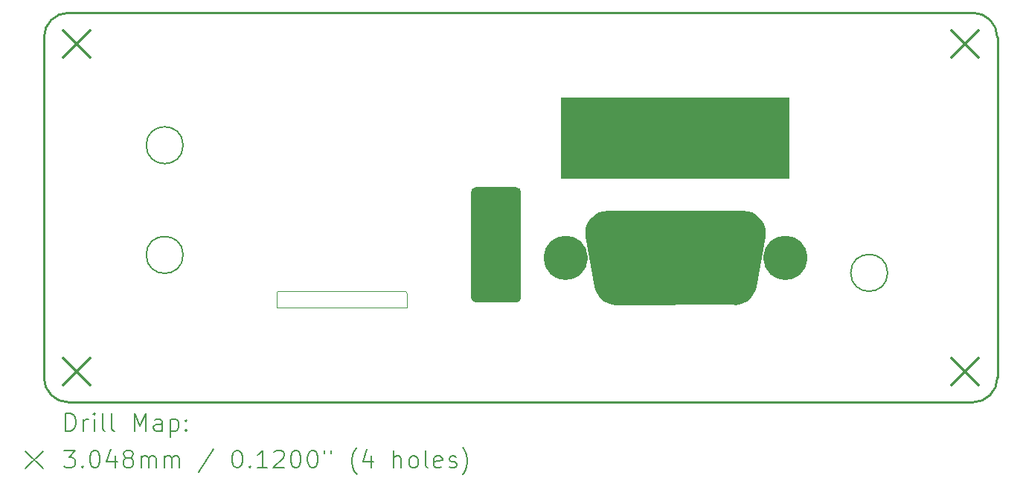
<source format=gbr>
%TF.GenerationSoftware,KiCad,Pcbnew,8.0.8*%
%TF.CreationDate,2025-02-26T19:38:46-05:00*%
%TF.ProjectId,MiniCamel_FrontPlate,4d696e69-4361-46d6-956c-5f46726f6e74,rev?*%
%TF.SameCoordinates,Original*%
%TF.FileFunction,Drillmap*%
%TF.FilePolarity,Positive*%
%FSLAX45Y45*%
G04 Gerber Fmt 4.5, Leading zero omitted, Abs format (unit mm)*
G04 Created by KiCad (PCBNEW 8.0.8) date 2025-02-26 19:38:46*
%MOMM*%
%LPD*%
G01*
G04 APERTURE LIST*
%ADD10C,0.200000*%
%ADD11C,0.254000*%
%ADD12C,0.000000*%
%ADD13C,2.499990*%
%ADD14C,0.100000*%
%ADD15C,0.304800*%
G04 APERTURE END LIST*
D10*
X17362000Y-9778000D02*
G75*
G02*
X16942000Y-9778000I-210000J0D01*
G01*
X16942000Y-9778000D02*
G75*
G02*
X17362000Y-9778000I210000J0D01*
G01*
X9345000Y-8327000D02*
G75*
G02*
X8925000Y-8327000I-210000J0D01*
G01*
X8925000Y-8327000D02*
G75*
G02*
X9345000Y-8327000I210000J0D01*
G01*
X9345000Y-9574000D02*
G75*
G02*
X8925000Y-9574000I-210000J0D01*
G01*
X8925000Y-9574000D02*
G75*
G02*
X9345000Y-9574000I210000J0D01*
G01*
D11*
X7761000Y-7101917D02*
X7761000Y-10699772D01*
X7761000Y-10968310D02*
X7761000Y-10699772D01*
X18330083Y-6821000D02*
X8041917Y-6821000D01*
X18330083Y-11251000D02*
X8043690Y-11251000D01*
X18611000Y-10699777D02*
X18611000Y-7101917D01*
X18611000Y-10970083D02*
X18611000Y-10699777D01*
X7761000Y-7101917D02*
G75*
G02*
X8041917Y-6821000I280918J-1D01*
G01*
X8043690Y-11251000D02*
G75*
G02*
X7761000Y-10968310I0J282690D01*
G01*
X18330083Y-6821000D02*
G75*
G02*
X18611000Y-7101917I-3J-280920D01*
G01*
X18611000Y-10970083D02*
G75*
G02*
X18330083Y-11251000I-280920J3D01*
G01*
D12*
G36*
X13136000Y-8805049D02*
G01*
X13136000Y-8805049D01*
G75*
G02*
X13191902Y-8860951I0J-55901D01*
G01*
X13191902Y-10059049D01*
G75*
G02*
X13136000Y-10114951I-55902J-1D01*
G01*
X12676000Y-10114951D01*
G75*
G02*
X12620098Y-10059049I0J55901D01*
G01*
X12620098Y-8860951D01*
G75*
G02*
X12676000Y-8805049I55902J1D01*
G01*
X13136000Y-8805049D01*
G37*
D13*
X13823422Y-9607924D02*
G75*
G02*
X13573423Y-9607924I-125000J0D01*
G01*
X13573423Y-9607924D02*
G75*
G02*
X13823422Y-9607924I125000J0D01*
G01*
X16323417Y-9607924D02*
G75*
G02*
X16073418Y-9607924I-125000J0D01*
G01*
X16073418Y-9607924D02*
G75*
G02*
X16323417Y-9607924I125000J0D01*
G01*
D12*
G36*
X15770733Y-9076480D02*
G01*
X15770835Y-9076531D01*
X15770936Y-9076505D01*
X15818257Y-9090856D01*
X15818333Y-9090932D01*
X15818460Y-9090932D01*
X15862046Y-9114250D01*
X15862122Y-9114326D01*
X15862224Y-9114377D01*
X15900451Y-9145720D01*
X15900502Y-9145822D01*
X15900603Y-9145873D01*
X15931972Y-9184100D01*
X15931998Y-9184201D01*
X15932074Y-9184277D01*
X15955391Y-9227889D01*
X15955417Y-9227991D01*
X15955467Y-9228092D01*
X15969818Y-9275387D01*
X15969818Y-9275514D01*
X15969869Y-9275616D01*
X15974721Y-9324816D01*
X15974695Y-9324917D01*
X15974721Y-9325019D01*
X15970479Y-9367996D01*
X15970479Y-9368021D01*
X15970479Y-9368046D01*
X15970276Y-9368377D01*
X15970098Y-9368732D01*
X15970072Y-9368732D01*
X15970047Y-9368758D01*
X15969590Y-9369113D01*
X15870403Y-9934771D01*
X15869869Y-9940232D01*
X15869819Y-9940308D01*
X15869819Y-9940435D01*
X15855468Y-9987756D01*
X15855391Y-9987832D01*
X15855391Y-9987933D01*
X15832074Y-10031545D01*
X15831998Y-10031621D01*
X15831973Y-10031723D01*
X15800604Y-10069950D01*
X15800502Y-10070001D01*
X15800451Y-10070102D01*
X15762224Y-10101471D01*
X15762123Y-10101497D01*
X15762046Y-10101573D01*
X15718460Y-10124890D01*
X15718333Y-10124890D01*
X15718257Y-10124966D01*
X15670937Y-10139317D01*
X15670835Y-10139317D01*
X15670733Y-10139368D01*
X15622727Y-10144093D01*
X15622702Y-10144067D01*
X15622677Y-10144093D01*
X15622321Y-10143966D01*
X15621940Y-10143839D01*
X15621940Y-10143813D01*
X15621915Y-10143813D01*
X15621000Y-10143000D01*
X14275435Y-10144220D01*
X14275359Y-10144194D01*
X14275308Y-10144194D01*
X14226108Y-10139368D01*
X14226007Y-10139317D01*
X14225905Y-10139317D01*
X14178585Y-10124966D01*
X14178509Y-10124890D01*
X14178407Y-10124890D01*
X14134795Y-10101573D01*
X14134719Y-10101497D01*
X14134618Y-10101471D01*
X14096391Y-10070102D01*
X14096340Y-10070001D01*
X14096238Y-10069950D01*
X14064869Y-10031723D01*
X14064844Y-10031621D01*
X14064768Y-10031545D01*
X14041450Y-9987933D01*
X14041450Y-9987832D01*
X14041374Y-9987756D01*
X14029131Y-9947370D01*
X14029131Y-9947293D01*
X14029081Y-9947217D01*
X14027176Y-9934695D01*
X13926439Y-9368808D01*
X13926465Y-9368783D01*
X13926439Y-9368732D01*
X13922121Y-9325019D01*
X13922172Y-9324917D01*
X13922121Y-9324816D01*
X13926973Y-9275616D01*
X13927023Y-9275514D01*
X13927023Y-9275387D01*
X13941374Y-9228092D01*
X13941451Y-9227991D01*
X13941451Y-9227889D01*
X13964768Y-9184277D01*
X13964844Y-9184201D01*
X13964869Y-9184100D01*
X13996238Y-9145873D01*
X13996340Y-9145822D01*
X13996391Y-9145720D01*
X14034618Y-9114377D01*
X14034719Y-9114326D01*
X14034796Y-9114250D01*
X14078382Y-9090932D01*
X14078509Y-9090932D01*
X14078585Y-9090856D01*
X14125905Y-9076505D01*
X14126007Y-9076531D01*
X14126109Y-9076480D01*
X14174115Y-9071730D01*
X14174140Y-9071755D01*
X14174165Y-9071730D01*
X14174521Y-9071857D01*
X14174902Y-9071984D01*
X14174927Y-9072009D01*
X14174953Y-9072009D01*
X14175842Y-9072822D01*
X15721432Y-9071628D01*
X15721483Y-9071628D01*
X15721533Y-9071628D01*
X15770733Y-9076480D01*
G37*
G36*
X16244500Y-8708000D02*
G01*
X13647500Y-8708000D01*
X13647500Y-7788000D01*
X16244500Y-7788000D01*
X16244500Y-8708000D01*
G37*
D14*
X10409000Y-10013300D02*
X10409000Y-10174300D01*
X10409000Y-10174300D02*
X11892000Y-10174300D01*
X11864908Y-9986392D02*
X10436000Y-9986300D01*
X11892000Y-10174300D02*
X11891908Y-10013392D01*
X10409000Y-10013300D02*
G75*
G02*
X10436000Y-9986300I27000J0D01*
G01*
X11864908Y-9986392D02*
G75*
G02*
X11891908Y-10013392I0J-27000D01*
G01*
D10*
D15*
X7978600Y-7026772D02*
X8283400Y-7331572D01*
X8283400Y-7026772D02*
X7978600Y-7331572D01*
X7978600Y-10748600D02*
X8283400Y-11053400D01*
X8283400Y-10748600D02*
X7978600Y-11053400D01*
X18093600Y-7026772D02*
X18398400Y-7331572D01*
X18398400Y-7026772D02*
X18093600Y-7331572D01*
X18093600Y-10748600D02*
X18398400Y-11053400D01*
X18398400Y-10748600D02*
X18093600Y-11053400D01*
D10*
X8009077Y-11575184D02*
X8009077Y-11375184D01*
X8009077Y-11375184D02*
X8056696Y-11375184D01*
X8056696Y-11375184D02*
X8085267Y-11384708D01*
X8085267Y-11384708D02*
X8104315Y-11403755D01*
X8104315Y-11403755D02*
X8113839Y-11422803D01*
X8113839Y-11422803D02*
X8123362Y-11460898D01*
X8123362Y-11460898D02*
X8123362Y-11489469D01*
X8123362Y-11489469D02*
X8113839Y-11527565D01*
X8113839Y-11527565D02*
X8104315Y-11546612D01*
X8104315Y-11546612D02*
X8085267Y-11565660D01*
X8085267Y-11565660D02*
X8056696Y-11575184D01*
X8056696Y-11575184D02*
X8009077Y-11575184D01*
X8209077Y-11575184D02*
X8209077Y-11441850D01*
X8209077Y-11479946D02*
X8218601Y-11460898D01*
X8218601Y-11460898D02*
X8228124Y-11451374D01*
X8228124Y-11451374D02*
X8247172Y-11441850D01*
X8247172Y-11441850D02*
X8266220Y-11441850D01*
X8332886Y-11575184D02*
X8332886Y-11441850D01*
X8332886Y-11375184D02*
X8323362Y-11384708D01*
X8323362Y-11384708D02*
X8332886Y-11394231D01*
X8332886Y-11394231D02*
X8342410Y-11384708D01*
X8342410Y-11384708D02*
X8332886Y-11375184D01*
X8332886Y-11375184D02*
X8332886Y-11394231D01*
X8456696Y-11575184D02*
X8437648Y-11565660D01*
X8437648Y-11565660D02*
X8428124Y-11546612D01*
X8428124Y-11546612D02*
X8428124Y-11375184D01*
X8561458Y-11575184D02*
X8542410Y-11565660D01*
X8542410Y-11565660D02*
X8532886Y-11546612D01*
X8532886Y-11546612D02*
X8532886Y-11375184D01*
X8790029Y-11575184D02*
X8790029Y-11375184D01*
X8790029Y-11375184D02*
X8856696Y-11518041D01*
X8856696Y-11518041D02*
X8923363Y-11375184D01*
X8923363Y-11375184D02*
X8923363Y-11575184D01*
X9104315Y-11575184D02*
X9104315Y-11470422D01*
X9104315Y-11470422D02*
X9094791Y-11451374D01*
X9094791Y-11451374D02*
X9075744Y-11441850D01*
X9075744Y-11441850D02*
X9037648Y-11441850D01*
X9037648Y-11441850D02*
X9018601Y-11451374D01*
X9104315Y-11565660D02*
X9085267Y-11575184D01*
X9085267Y-11575184D02*
X9037648Y-11575184D01*
X9037648Y-11575184D02*
X9018601Y-11565660D01*
X9018601Y-11565660D02*
X9009077Y-11546612D01*
X9009077Y-11546612D02*
X9009077Y-11527565D01*
X9009077Y-11527565D02*
X9018601Y-11508517D01*
X9018601Y-11508517D02*
X9037648Y-11498993D01*
X9037648Y-11498993D02*
X9085267Y-11498993D01*
X9085267Y-11498993D02*
X9104315Y-11489469D01*
X9199553Y-11441850D02*
X9199553Y-11641850D01*
X9199553Y-11451374D02*
X9218601Y-11441850D01*
X9218601Y-11441850D02*
X9256696Y-11441850D01*
X9256696Y-11441850D02*
X9275744Y-11451374D01*
X9275744Y-11451374D02*
X9285267Y-11460898D01*
X9285267Y-11460898D02*
X9294791Y-11479946D01*
X9294791Y-11479946D02*
X9294791Y-11537088D01*
X9294791Y-11537088D02*
X9285267Y-11556136D01*
X9285267Y-11556136D02*
X9275744Y-11565660D01*
X9275744Y-11565660D02*
X9256696Y-11575184D01*
X9256696Y-11575184D02*
X9218601Y-11575184D01*
X9218601Y-11575184D02*
X9199553Y-11565660D01*
X9380505Y-11556136D02*
X9390029Y-11565660D01*
X9390029Y-11565660D02*
X9380505Y-11575184D01*
X9380505Y-11575184D02*
X9370982Y-11565660D01*
X9370982Y-11565660D02*
X9380505Y-11556136D01*
X9380505Y-11556136D02*
X9380505Y-11575184D01*
X9380505Y-11451374D02*
X9390029Y-11460898D01*
X9390029Y-11460898D02*
X9380505Y-11470422D01*
X9380505Y-11470422D02*
X9370982Y-11460898D01*
X9370982Y-11460898D02*
X9380505Y-11451374D01*
X9380505Y-11451374D02*
X9380505Y-11470422D01*
X7548300Y-11803700D02*
X7748300Y-12003700D01*
X7748300Y-11803700D02*
X7548300Y-12003700D01*
X7990029Y-11795184D02*
X8113839Y-11795184D01*
X8113839Y-11795184D02*
X8047172Y-11871374D01*
X8047172Y-11871374D02*
X8075743Y-11871374D01*
X8075743Y-11871374D02*
X8094791Y-11880898D01*
X8094791Y-11880898D02*
X8104315Y-11890422D01*
X8104315Y-11890422D02*
X8113839Y-11909469D01*
X8113839Y-11909469D02*
X8113839Y-11957088D01*
X8113839Y-11957088D02*
X8104315Y-11976136D01*
X8104315Y-11976136D02*
X8094791Y-11985660D01*
X8094791Y-11985660D02*
X8075743Y-11995184D01*
X8075743Y-11995184D02*
X8018601Y-11995184D01*
X8018601Y-11995184D02*
X7999553Y-11985660D01*
X7999553Y-11985660D02*
X7990029Y-11976136D01*
X8199553Y-11976136D02*
X8209077Y-11985660D01*
X8209077Y-11985660D02*
X8199553Y-11995184D01*
X8199553Y-11995184D02*
X8190029Y-11985660D01*
X8190029Y-11985660D02*
X8199553Y-11976136D01*
X8199553Y-11976136D02*
X8199553Y-11995184D01*
X8332886Y-11795184D02*
X8351934Y-11795184D01*
X8351934Y-11795184D02*
X8370982Y-11804708D01*
X8370982Y-11804708D02*
X8380505Y-11814231D01*
X8380505Y-11814231D02*
X8390029Y-11833279D01*
X8390029Y-11833279D02*
X8399553Y-11871374D01*
X8399553Y-11871374D02*
X8399553Y-11918993D01*
X8399553Y-11918993D02*
X8390029Y-11957088D01*
X8390029Y-11957088D02*
X8380505Y-11976136D01*
X8380505Y-11976136D02*
X8370982Y-11985660D01*
X8370982Y-11985660D02*
X8351934Y-11995184D01*
X8351934Y-11995184D02*
X8332886Y-11995184D01*
X8332886Y-11995184D02*
X8313839Y-11985660D01*
X8313839Y-11985660D02*
X8304315Y-11976136D01*
X8304315Y-11976136D02*
X8294791Y-11957088D01*
X8294791Y-11957088D02*
X8285267Y-11918993D01*
X8285267Y-11918993D02*
X8285267Y-11871374D01*
X8285267Y-11871374D02*
X8294791Y-11833279D01*
X8294791Y-11833279D02*
X8304315Y-11814231D01*
X8304315Y-11814231D02*
X8313839Y-11804708D01*
X8313839Y-11804708D02*
X8332886Y-11795184D01*
X8570982Y-11861850D02*
X8570982Y-11995184D01*
X8523363Y-11785660D02*
X8475744Y-11928517D01*
X8475744Y-11928517D02*
X8599553Y-11928517D01*
X8704315Y-11880898D02*
X8685267Y-11871374D01*
X8685267Y-11871374D02*
X8675744Y-11861850D01*
X8675744Y-11861850D02*
X8666220Y-11842803D01*
X8666220Y-11842803D02*
X8666220Y-11833279D01*
X8666220Y-11833279D02*
X8675744Y-11814231D01*
X8675744Y-11814231D02*
X8685267Y-11804708D01*
X8685267Y-11804708D02*
X8704315Y-11795184D01*
X8704315Y-11795184D02*
X8742410Y-11795184D01*
X8742410Y-11795184D02*
X8761458Y-11804708D01*
X8761458Y-11804708D02*
X8770982Y-11814231D01*
X8770982Y-11814231D02*
X8780505Y-11833279D01*
X8780505Y-11833279D02*
X8780505Y-11842803D01*
X8780505Y-11842803D02*
X8770982Y-11861850D01*
X8770982Y-11861850D02*
X8761458Y-11871374D01*
X8761458Y-11871374D02*
X8742410Y-11880898D01*
X8742410Y-11880898D02*
X8704315Y-11880898D01*
X8704315Y-11880898D02*
X8685267Y-11890422D01*
X8685267Y-11890422D02*
X8675744Y-11899946D01*
X8675744Y-11899946D02*
X8666220Y-11918993D01*
X8666220Y-11918993D02*
X8666220Y-11957088D01*
X8666220Y-11957088D02*
X8675744Y-11976136D01*
X8675744Y-11976136D02*
X8685267Y-11985660D01*
X8685267Y-11985660D02*
X8704315Y-11995184D01*
X8704315Y-11995184D02*
X8742410Y-11995184D01*
X8742410Y-11995184D02*
X8761458Y-11985660D01*
X8761458Y-11985660D02*
X8770982Y-11976136D01*
X8770982Y-11976136D02*
X8780505Y-11957088D01*
X8780505Y-11957088D02*
X8780505Y-11918993D01*
X8780505Y-11918993D02*
X8770982Y-11899946D01*
X8770982Y-11899946D02*
X8761458Y-11890422D01*
X8761458Y-11890422D02*
X8742410Y-11880898D01*
X8866220Y-11995184D02*
X8866220Y-11861850D01*
X8866220Y-11880898D02*
X8875744Y-11871374D01*
X8875744Y-11871374D02*
X8894791Y-11861850D01*
X8894791Y-11861850D02*
X8923363Y-11861850D01*
X8923363Y-11861850D02*
X8942410Y-11871374D01*
X8942410Y-11871374D02*
X8951934Y-11890422D01*
X8951934Y-11890422D02*
X8951934Y-11995184D01*
X8951934Y-11890422D02*
X8961458Y-11871374D01*
X8961458Y-11871374D02*
X8980505Y-11861850D01*
X8980505Y-11861850D02*
X9009077Y-11861850D01*
X9009077Y-11861850D02*
X9028125Y-11871374D01*
X9028125Y-11871374D02*
X9037648Y-11890422D01*
X9037648Y-11890422D02*
X9037648Y-11995184D01*
X9132886Y-11995184D02*
X9132886Y-11861850D01*
X9132886Y-11880898D02*
X9142410Y-11871374D01*
X9142410Y-11871374D02*
X9161458Y-11861850D01*
X9161458Y-11861850D02*
X9190029Y-11861850D01*
X9190029Y-11861850D02*
X9209077Y-11871374D01*
X9209077Y-11871374D02*
X9218601Y-11890422D01*
X9218601Y-11890422D02*
X9218601Y-11995184D01*
X9218601Y-11890422D02*
X9228125Y-11871374D01*
X9228125Y-11871374D02*
X9247172Y-11861850D01*
X9247172Y-11861850D02*
X9275744Y-11861850D01*
X9275744Y-11861850D02*
X9294791Y-11871374D01*
X9294791Y-11871374D02*
X9304315Y-11890422D01*
X9304315Y-11890422D02*
X9304315Y-11995184D01*
X9694791Y-11785660D02*
X9523363Y-12042803D01*
X9951934Y-11795184D02*
X9970982Y-11795184D01*
X9970982Y-11795184D02*
X9990029Y-11804708D01*
X9990029Y-11804708D02*
X9999553Y-11814231D01*
X9999553Y-11814231D02*
X10009077Y-11833279D01*
X10009077Y-11833279D02*
X10018601Y-11871374D01*
X10018601Y-11871374D02*
X10018601Y-11918993D01*
X10018601Y-11918993D02*
X10009077Y-11957088D01*
X10009077Y-11957088D02*
X9999553Y-11976136D01*
X9999553Y-11976136D02*
X9990029Y-11985660D01*
X9990029Y-11985660D02*
X9970982Y-11995184D01*
X9970982Y-11995184D02*
X9951934Y-11995184D01*
X9951934Y-11995184D02*
X9932887Y-11985660D01*
X9932887Y-11985660D02*
X9923363Y-11976136D01*
X9923363Y-11976136D02*
X9913839Y-11957088D01*
X9913839Y-11957088D02*
X9904315Y-11918993D01*
X9904315Y-11918993D02*
X9904315Y-11871374D01*
X9904315Y-11871374D02*
X9913839Y-11833279D01*
X9913839Y-11833279D02*
X9923363Y-11814231D01*
X9923363Y-11814231D02*
X9932887Y-11804708D01*
X9932887Y-11804708D02*
X9951934Y-11795184D01*
X10104315Y-11976136D02*
X10113839Y-11985660D01*
X10113839Y-11985660D02*
X10104315Y-11995184D01*
X10104315Y-11995184D02*
X10094791Y-11985660D01*
X10094791Y-11985660D02*
X10104315Y-11976136D01*
X10104315Y-11976136D02*
X10104315Y-11995184D01*
X10304315Y-11995184D02*
X10190029Y-11995184D01*
X10247172Y-11995184D02*
X10247172Y-11795184D01*
X10247172Y-11795184D02*
X10228125Y-11823755D01*
X10228125Y-11823755D02*
X10209077Y-11842803D01*
X10209077Y-11842803D02*
X10190029Y-11852327D01*
X10380506Y-11814231D02*
X10390029Y-11804708D01*
X10390029Y-11804708D02*
X10409077Y-11795184D01*
X10409077Y-11795184D02*
X10456696Y-11795184D01*
X10456696Y-11795184D02*
X10475744Y-11804708D01*
X10475744Y-11804708D02*
X10485268Y-11814231D01*
X10485268Y-11814231D02*
X10494791Y-11833279D01*
X10494791Y-11833279D02*
X10494791Y-11852327D01*
X10494791Y-11852327D02*
X10485268Y-11880898D01*
X10485268Y-11880898D02*
X10370982Y-11995184D01*
X10370982Y-11995184D02*
X10494791Y-11995184D01*
X10618601Y-11795184D02*
X10637649Y-11795184D01*
X10637649Y-11795184D02*
X10656696Y-11804708D01*
X10656696Y-11804708D02*
X10666220Y-11814231D01*
X10666220Y-11814231D02*
X10675744Y-11833279D01*
X10675744Y-11833279D02*
X10685268Y-11871374D01*
X10685268Y-11871374D02*
X10685268Y-11918993D01*
X10685268Y-11918993D02*
X10675744Y-11957088D01*
X10675744Y-11957088D02*
X10666220Y-11976136D01*
X10666220Y-11976136D02*
X10656696Y-11985660D01*
X10656696Y-11985660D02*
X10637649Y-11995184D01*
X10637649Y-11995184D02*
X10618601Y-11995184D01*
X10618601Y-11995184D02*
X10599553Y-11985660D01*
X10599553Y-11985660D02*
X10590029Y-11976136D01*
X10590029Y-11976136D02*
X10580506Y-11957088D01*
X10580506Y-11957088D02*
X10570982Y-11918993D01*
X10570982Y-11918993D02*
X10570982Y-11871374D01*
X10570982Y-11871374D02*
X10580506Y-11833279D01*
X10580506Y-11833279D02*
X10590029Y-11814231D01*
X10590029Y-11814231D02*
X10599553Y-11804708D01*
X10599553Y-11804708D02*
X10618601Y-11795184D01*
X10809077Y-11795184D02*
X10828125Y-11795184D01*
X10828125Y-11795184D02*
X10847172Y-11804708D01*
X10847172Y-11804708D02*
X10856696Y-11814231D01*
X10856696Y-11814231D02*
X10866220Y-11833279D01*
X10866220Y-11833279D02*
X10875744Y-11871374D01*
X10875744Y-11871374D02*
X10875744Y-11918993D01*
X10875744Y-11918993D02*
X10866220Y-11957088D01*
X10866220Y-11957088D02*
X10856696Y-11976136D01*
X10856696Y-11976136D02*
X10847172Y-11985660D01*
X10847172Y-11985660D02*
X10828125Y-11995184D01*
X10828125Y-11995184D02*
X10809077Y-11995184D01*
X10809077Y-11995184D02*
X10790029Y-11985660D01*
X10790029Y-11985660D02*
X10780506Y-11976136D01*
X10780506Y-11976136D02*
X10770982Y-11957088D01*
X10770982Y-11957088D02*
X10761458Y-11918993D01*
X10761458Y-11918993D02*
X10761458Y-11871374D01*
X10761458Y-11871374D02*
X10770982Y-11833279D01*
X10770982Y-11833279D02*
X10780506Y-11814231D01*
X10780506Y-11814231D02*
X10790029Y-11804708D01*
X10790029Y-11804708D02*
X10809077Y-11795184D01*
X10951934Y-11795184D02*
X10951934Y-11833279D01*
X11028125Y-11795184D02*
X11028125Y-11833279D01*
X11323363Y-12071374D02*
X11313839Y-12061850D01*
X11313839Y-12061850D02*
X11294791Y-12033279D01*
X11294791Y-12033279D02*
X11285268Y-12014231D01*
X11285268Y-12014231D02*
X11275744Y-11985660D01*
X11275744Y-11985660D02*
X11266220Y-11938041D01*
X11266220Y-11938041D02*
X11266220Y-11899946D01*
X11266220Y-11899946D02*
X11275744Y-11852327D01*
X11275744Y-11852327D02*
X11285268Y-11823755D01*
X11285268Y-11823755D02*
X11294791Y-11804708D01*
X11294791Y-11804708D02*
X11313839Y-11776136D01*
X11313839Y-11776136D02*
X11323363Y-11766612D01*
X11485268Y-11861850D02*
X11485268Y-11995184D01*
X11437648Y-11785660D02*
X11390029Y-11928517D01*
X11390029Y-11928517D02*
X11513839Y-11928517D01*
X11742410Y-11995184D02*
X11742410Y-11795184D01*
X11828125Y-11995184D02*
X11828125Y-11890422D01*
X11828125Y-11890422D02*
X11818601Y-11871374D01*
X11818601Y-11871374D02*
X11799553Y-11861850D01*
X11799553Y-11861850D02*
X11770982Y-11861850D01*
X11770982Y-11861850D02*
X11751934Y-11871374D01*
X11751934Y-11871374D02*
X11742410Y-11880898D01*
X11951934Y-11995184D02*
X11932887Y-11985660D01*
X11932887Y-11985660D02*
X11923363Y-11976136D01*
X11923363Y-11976136D02*
X11913839Y-11957088D01*
X11913839Y-11957088D02*
X11913839Y-11899946D01*
X11913839Y-11899946D02*
X11923363Y-11880898D01*
X11923363Y-11880898D02*
X11932887Y-11871374D01*
X11932887Y-11871374D02*
X11951934Y-11861850D01*
X11951934Y-11861850D02*
X11980506Y-11861850D01*
X11980506Y-11861850D02*
X11999553Y-11871374D01*
X11999553Y-11871374D02*
X12009077Y-11880898D01*
X12009077Y-11880898D02*
X12018601Y-11899946D01*
X12018601Y-11899946D02*
X12018601Y-11957088D01*
X12018601Y-11957088D02*
X12009077Y-11976136D01*
X12009077Y-11976136D02*
X11999553Y-11985660D01*
X11999553Y-11985660D02*
X11980506Y-11995184D01*
X11980506Y-11995184D02*
X11951934Y-11995184D01*
X12132887Y-11995184D02*
X12113839Y-11985660D01*
X12113839Y-11985660D02*
X12104315Y-11966612D01*
X12104315Y-11966612D02*
X12104315Y-11795184D01*
X12285268Y-11985660D02*
X12266220Y-11995184D01*
X12266220Y-11995184D02*
X12228125Y-11995184D01*
X12228125Y-11995184D02*
X12209077Y-11985660D01*
X12209077Y-11985660D02*
X12199553Y-11966612D01*
X12199553Y-11966612D02*
X12199553Y-11890422D01*
X12199553Y-11890422D02*
X12209077Y-11871374D01*
X12209077Y-11871374D02*
X12228125Y-11861850D01*
X12228125Y-11861850D02*
X12266220Y-11861850D01*
X12266220Y-11861850D02*
X12285268Y-11871374D01*
X12285268Y-11871374D02*
X12294791Y-11890422D01*
X12294791Y-11890422D02*
X12294791Y-11909469D01*
X12294791Y-11909469D02*
X12199553Y-11928517D01*
X12370982Y-11985660D02*
X12390030Y-11995184D01*
X12390030Y-11995184D02*
X12428125Y-11995184D01*
X12428125Y-11995184D02*
X12447172Y-11985660D01*
X12447172Y-11985660D02*
X12456696Y-11966612D01*
X12456696Y-11966612D02*
X12456696Y-11957088D01*
X12456696Y-11957088D02*
X12447172Y-11938041D01*
X12447172Y-11938041D02*
X12428125Y-11928517D01*
X12428125Y-11928517D02*
X12399553Y-11928517D01*
X12399553Y-11928517D02*
X12380506Y-11918993D01*
X12380506Y-11918993D02*
X12370982Y-11899946D01*
X12370982Y-11899946D02*
X12370982Y-11890422D01*
X12370982Y-11890422D02*
X12380506Y-11871374D01*
X12380506Y-11871374D02*
X12399553Y-11861850D01*
X12399553Y-11861850D02*
X12428125Y-11861850D01*
X12428125Y-11861850D02*
X12447172Y-11871374D01*
X12523363Y-12071374D02*
X12532887Y-12061850D01*
X12532887Y-12061850D02*
X12551934Y-12033279D01*
X12551934Y-12033279D02*
X12561458Y-12014231D01*
X12561458Y-12014231D02*
X12570982Y-11985660D01*
X12570982Y-11985660D02*
X12580506Y-11938041D01*
X12580506Y-11938041D02*
X12580506Y-11899946D01*
X12580506Y-11899946D02*
X12570982Y-11852327D01*
X12570982Y-11852327D02*
X12561458Y-11823755D01*
X12561458Y-11823755D02*
X12551934Y-11804708D01*
X12551934Y-11804708D02*
X12532887Y-11776136D01*
X12532887Y-11776136D02*
X12523363Y-11766612D01*
M02*

</source>
